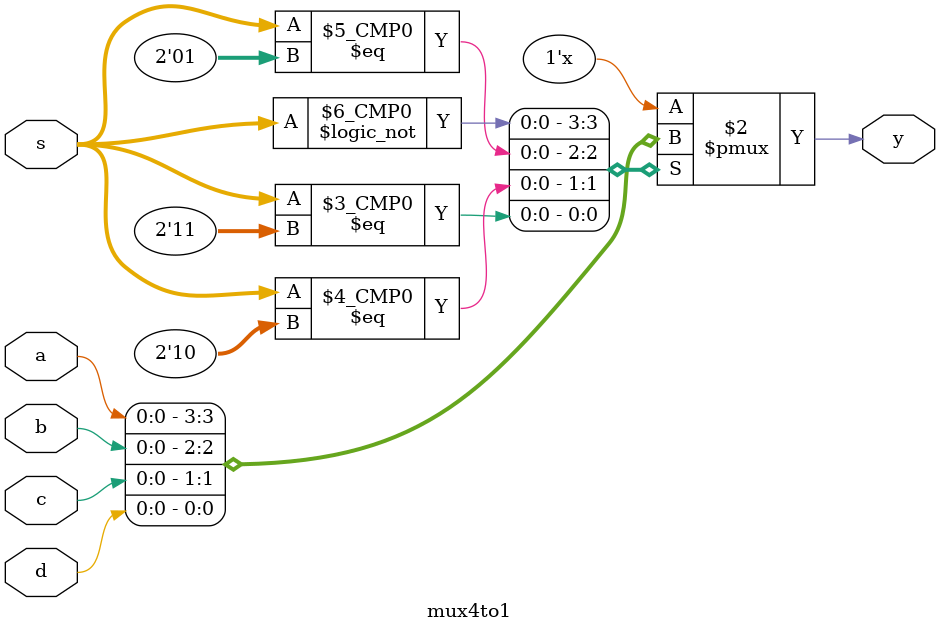
<source format=sv>

module mux4to1(input a,b,c,d,
               input [1:0]s,
               output reg y );
always@*
begin  
case(s)
  2'b00: y=a;
  2'b01: y=b;
  2'b10: y=c;
  2'b11: y=d;
  endcase
end
endmodule

</source>
